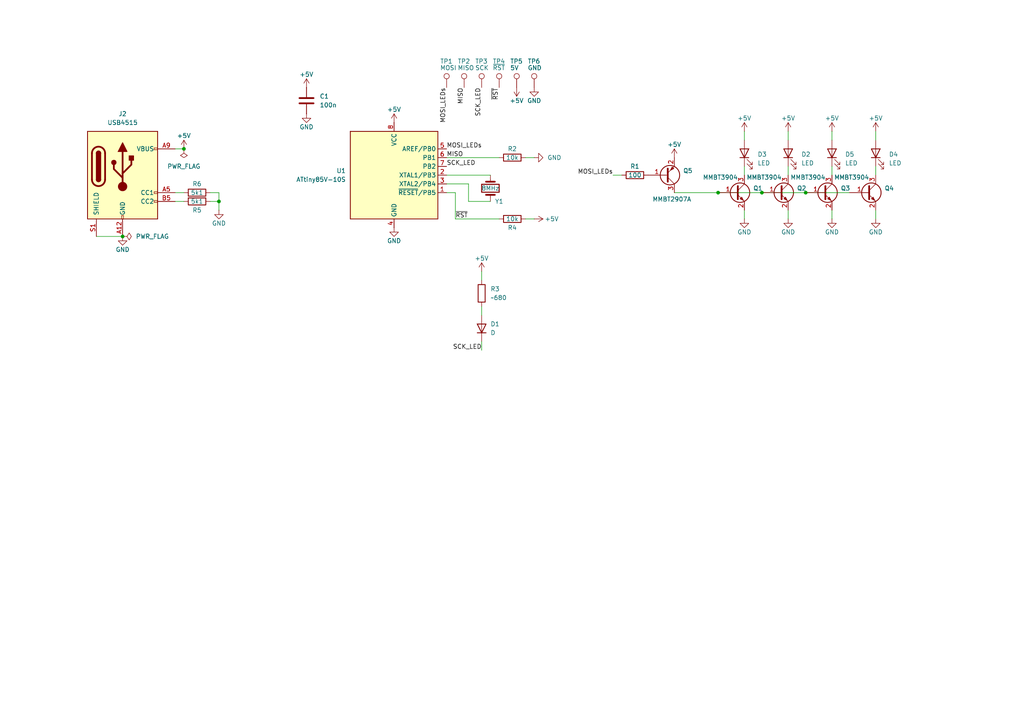
<source format=kicad_sch>
(kicad_sch (version 20231120) (generator "eeschema") (generator_version "8.0")
  (paper "A4")
  (lib_symbols
    (symbol "Connector:TestPoint" (pin_numbers hide) (pin_names (offset 0.762) hide)
      (property "Reference" "TP" (at 0 6.858 0))
      (property "Value" "TestPoint" (at 0 5.08 0))
      (symbol "TestPoint_0_1"
        (circle (center 0 3.302) (radius 0.762))
      )
      (symbol "TestPoint_1_1"
        (pin passive line (at 0 0 90) (length 2.54) (name "1") (number "1"))
      )
    )
    (symbol "Connector:USB_C_Receptacle_PowerOnly_6P" (pin_names (offset 1.016))
      (property "Reference" "J" (at 0 16.51 0))
      (property "Value" "USB_C_Receptacle_PowerOnly_6P" (at 0 13.97 0))
      (symbol "USB_C_Receptacle_PowerOnly_6P_0_0"
        (rectangle (start -0.254 -12.7) (end 0.254 -11.684))
        (rectangle (start 10.16 -7.366) (end 9.144 -7.874))
        (rectangle (start 10.16 -4.826) (end 9.144 -5.334))
        (rectangle (start 10.16 7.874) (end 9.144 7.366))
      )
      (symbol "USB_C_Receptacle_PowerOnly_6P_0_1"
        (rectangle (start -10.16 12.7) (end 10.16 -12.7) (stroke (width 0.254)) (fill (type background)))
        (arc (start -8.89 -1.27) (mid -6.985 -3.1667) (end -5.08 -1.27) (stroke (width 0.508)))
        (arc (start -7.62 -1.27) (mid -6.985 -1.9023) (end -6.35 -1.27) (stroke (width 0.254)))
        (arc (start -7.62 -1.27) (mid -6.985 -1.9023) (end -6.35 -1.27) (stroke (width 0.254)) (fill (type outline)))
        (rectangle (start -7.62 -1.27) (end -6.35 6.35) (stroke (width 0.254)) (fill (type outline)))
        (arc (start -6.35 6.35) (mid -6.985 6.9823) (end -7.62 6.35) (stroke (width 0.254)))
        (arc (start -6.35 6.35) (mid -6.985 6.9823) (end -7.62 6.35) (stroke (width 0.254)) (fill (type outline)))
        (arc (start -5.08 6.35) (mid -6.985 8.2467) (end -8.89 6.35) (stroke (width 0.508)))
        (circle (center -2.54 3.683) (radius 0.635) (stroke (width 0.254)) (fill (type outline)))
        (circle (center 0 -3.302) (radius 1.27) (fill (type outline)))
        (polyline (pts (xy -8.89 -1.27) (xy -8.89 6.35)) (stroke (width 0.508)))
        (polyline (pts (xy -5.08 6.35) (xy -5.08 -1.27)) (stroke (width 0.508)))
        (polyline (pts (xy 0 -3.302) (xy 0 6.858)) (stroke (width 0.508)))
        (polyline (pts (xy 0 -0.762) (xy -2.54 1.778) (xy -2.54 3.048)) (stroke (width 0.508)))
        (polyline (pts (xy 0 0.508) (xy 2.54 3.048) (xy 2.54 4.318)) (stroke (width 0.508)))
        (polyline (pts (xy -1.27 6.858) (xy 0 9.398) (xy 1.27 6.858) (xy -1.27 6.858)) (stroke (width 0.254)) (fill (type outline)))
        (rectangle (start 1.905 4.318) (end 3.175 5.588) (stroke (width 0.254)) (fill (type outline)))
      )
      (symbol "USB_C_Receptacle_PowerOnly_6P_1_1"
        (pin passive line (at 0 -17.78 90) (length 5.08) (name "GND") (number "A12"))
        (pin bidirectional line (at 15.24 -5.08 180) (length 5.08) (name "CC1") (number "A5"))
        (pin passive line (at 15.24 7.62 180) (length 5.08) (name "VBUS") (number "A9"))
        (pin passive line (at 0 -17.78 90) (length 5.08) hide (name "GND") (number "B12"))
        (pin bidirectional line (at 15.24 -7.62 180) (length 5.08) (name "CC2") (number "B5"))
        (pin passive line (at 15.24 7.62 180) (length 5.08) hide (name "VBUS") (number "B9"))
        (pin passive line (at -7.62 -17.78 90) (length 5.08) (name "SHIELD") (number "S1"))
      )
    )
    (symbol "Device:C" (pin_numbers hide) (pin_names (offset 0.254))
      (property "Reference" "C" (at 0.635 2.54 0))
      (property "Value" "C" (at 0.635 -2.54 0))
      (symbol "C_0_1"
        (polyline (pts (xy -2.032 -0.762) (xy 2.032 -0.762)) (stroke (width 0.508)))
        (polyline (pts (xy -2.032 0.762) (xy 2.032 0.762)) (stroke (width 0.508)))
      )
      (symbol "C_1_1"
        (pin passive line (at 0 3.81 270) (length 2.794) (name "~") (number "1"))
        (pin passive line (at 0 -3.81 90) (length 2.794) (name "~") (number "2"))
      )
    )
    (symbol "Device:Crystal" (pin_numbers hide) (pin_names (offset 1.016) hide)
      (property "Reference" "Y" (at 0 3.81 0))
      (property "Value" "Crystal" (at 0 -3.81 0))
      (symbol "Crystal_0_1"
        (rectangle (start -1.143 2.54) (end 1.143 -2.54) (stroke (width 0.3048)))
        (polyline (pts (xy -2.54 0) (xy -1.905 0)))
        (polyline (pts (xy -1.905 -1.27) (xy -1.905 1.27)) (stroke (width 0.508)))
        (polyline (pts (xy 1.905 -1.27) (xy 1.905 1.27)) (stroke (width 0.508)))
        (polyline (pts (xy 2.54 0) (xy 1.905 0)))
      )
      (symbol "Crystal_1_1"
        (pin passive line (at -3.81 0 0) (length 1.27) (name "1") (number "1"))
        (pin passive line (at 3.81 0 180) (length 1.27) (name "2") (number "2"))
      )
    )
    (symbol "Device:D" (pin_numbers hide) (pin_names (offset 1.016) hide)
      (property "Reference" "D" (at 0 2.54 0))
      (property "Value" "D" (at 0 -2.54 0))
      (symbol "D_0_1"
        (polyline (pts (xy -1.27 1.27) (xy -1.27 -1.27)) (stroke (width 0.254)))
        (polyline (pts (xy 1.27 0) (xy -1.27 0)))
        (polyline (pts (xy 1.27 1.27) (xy 1.27 -1.27) (xy -1.27 0) (xy 1.27 1.27)) (stroke (width 0.254)))
      )
      (symbol "D_1_1"
        (pin passive line (at -3.81 0 0) (length 2.54) (name "K") (number "1"))
        (pin passive line (at 3.81 0 180) (length 2.54) (name "A") (number "2"))
      )
    )
    (symbol "Device:LED" (pin_numbers hide) (pin_names (offset 1.016) hide)
      (property "Reference" "D" (at 0 2.54 0))
      (property "Value" "LED" (at 0 -2.54 0))
      (symbol "LED_0_1"
        (polyline (pts (xy -1.27 -1.27) (xy -1.27 1.27)) (stroke (width 0.254)))
        (polyline (pts (xy -1.27 0) (xy 1.27 0)))
        (polyline (pts (xy 1.27 -1.27) (xy 1.27 1.27) (xy -1.27 0) (xy 1.27 -1.27)) (stroke (width 0.254)))
        (polyline (pts (xy -3.048 -0.762) (xy -4.572 -2.286) (xy -3.81 -2.286) (xy -4.572 -2.286) (xy -4.572 -1.524)))
        (polyline (pts (xy -1.778 -0.762) (xy -3.302 -2.286) (xy -2.54 -2.286) (xy -3.302 -2.286) (xy -3.302 -1.524)))
      )
      (symbol "LED_1_1"
        (pin passive line (at -3.81 0 0) (length 2.54) (name "K") (number "1"))
        (pin passive line (at 3.81 0 180) (length 2.54) (name "A") (number "2"))
      )
    )
    (symbol "Device:R" (pin_numbers hide) (pin_names (offset 0))
      (property "Reference" "R" (at 2.032 0 90))
      (property "Value" "R" (at 0 0 90))
      (symbol "R_0_1"
        (rectangle (start -1.016 -2.54) (end 1.016 2.54) (stroke (width 0.254)))
      )
      (symbol "R_1_1"
        (pin passive line (at 0 3.81 270) (length 1.27) (name "~") (number "1"))
        (pin passive line (at 0 -3.81 90) (length 1.27) (name "~") (number "2"))
      )
    )
    (symbol "MCU_Microchip_ATtiny:ATtiny85V-10S"
      (property "Reference" "U" (at -12.7 13.97 0))
      (property "Value" "ATtiny85V-10S" (at 2.54 -13.97 0))
      (symbol "ATtiny85V-10S_0_1"
        (rectangle (start -12.7 -12.7) (end 12.7 12.7) (stroke (width 0.254)) (fill (type background)))
      )
      (symbol "ATtiny85V-10S_1_1"
        (pin bidirectional line (at 15.24 -5.08 180) (length 2.54) (name "~{RESET}/PB5") (number "1"))
        (pin bidirectional line (at 15.24 0 180) (length 2.54) (name "XTAL1/PB3") (number "2"))
        (pin bidirectional line (at 15.24 -2.54 180) (length 2.54) (name "XTAL2/PB4") (number "3"))
        (pin power_in line (at 0 -15.24 90) (length 2.54) (name "GND") (number "4"))
        (pin bidirectional line (at 15.24 7.62 180) (length 2.54) (name "AREF/PB0") (number "5"))
        (pin bidirectional line (at 15.24 5.08 180) (length 2.54) (name "PB1") (number "6"))
        (pin bidirectional line (at 15.24 2.54 180) (length 2.54) (name "PB2") (number "7"))
        (pin power_in line (at 0 15.24 270) (length 2.54) (name "VCC") (number "8"))
      )
    )
    (symbol "Transistor_BJT:MMBT3904" (pin_names (offset 0) hide)
      (property "Reference" "Q" (at 5.08 1.905 0))
      (property "Value" "MMBT3904" (at 5.08 0 0))
      (symbol "MMBT3904_0_1"
        (polyline (pts (xy 0.635 0.635) (xy 2.54 2.54)))
        (polyline (pts (xy 0.635 -0.635) (xy 2.54 -2.54) (xy 2.54 -2.54)))
        (polyline (pts (xy 0.635 1.905) (xy 0.635 -1.905) (xy 0.635 -1.905)) (stroke (width 0.508)))
        (polyline (pts (xy 1.27 -1.778) (xy 1.778 -1.27) (xy 2.286 -2.286) (xy 1.27 -1.778) (xy 1.27 -1.778)) (fill (type outline)))
        (circle (center 1.27 0) (radius 2.8194) (stroke (width 0.254)))
      )
      (symbol "MMBT3904_1_1"
        (pin input line (at -5.08 0 0) (length 5.715) (name "B") (number "1"))
        (pin passive line (at 2.54 -5.08 90) (length 2.54) (name "E") (number "2"))
        (pin passive line (at 2.54 5.08 270) (length 2.54) (name "C") (number "3"))
      )
    )
    (symbol "Transistor_BJT:MMBTA94" (pin_names (offset 0) hide)
      (property "Reference" "Q" (at 5.08 1.905 0))
      (property "Value" "MMBTA94" (at 5.08 0 0))
      (symbol "MMBTA94_0_1"
        (polyline (pts (xy 0 0) (xy 0.635 0)))
        (polyline (pts (xy 2.54 -2.54) (xy 0.635 -0.635)))
        (polyline (pts (xy 2.54 2.54) (xy 0.635 0.635)))
        (polyline (pts (xy 0.635 1.905) (xy 0.635 -1.905) (xy 0.635 -1.905)) (stroke (width 0.508)) (fill (type outline)))
        (polyline (pts (xy 1.905 -2.413) (xy 2.413 -1.905) (xy 1.397 -1.397) (xy 1.905 -2.413) (xy 1.905 -2.413)) (fill (type outline)))
        (circle (center 1.27 0) (radius 2.8194) (stroke (width 0.254)))
      )
      (symbol "MMBTA94_1_1"
        (pin input line (at -5.08 0 0) (length 5.08) (name "B") (number "1"))
        (pin passive line (at 2.54 -5.08 90) (length 2.54) (name "E") (number "2"))
        (pin passive line (at 2.54 5.08 270) (length 2.54) (name "C") (number "3"))
      )
    )
    (symbol "power:+5V" (power) (pin_numbers hide) (pin_names (offset 0) hide)
      (property "Value" "+5V" (at 0 3.556 0))
      (symbol "+5V_0_1"
        (polyline (pts (xy -0.762 1.27) (xy 0 2.54)))
        (polyline (pts (xy 0 0) (xy 0 2.54)))
        (polyline (pts (xy 0 2.54) (xy 0.762 1.27)))
      )
      (symbol "+5V_1_1"
        (pin power_in line (at 0 0 90) (length 0) (name "~") (number "1"))
      )
    )
    (symbol "power:GND" (power) (pin_numbers hide) (pin_names (offset 0) hide)
      (property "Value" "GND" (at 0 -3.81 0))
      (symbol "GND_0_1"
        (polyline (pts (xy 0 0) (xy 0 -1.27) (xy 1.27 -1.27) (xy 0 -2.54) (xy -1.27 -1.27) (xy 0 -1.27)))
      )
      (symbol "GND_1_1"
        (pin power_in line (at 0 0 270) (length 0) (name "~") (number "1"))
      )
    )
    (symbol "power:PWR_FLAG" (power) (pin_numbers hide) (pin_names (offset 0) hide)
      (property "Value" "PWR_FLAG" (at 0 3.81 0))
      (symbol "PWR_FLAG_0_0"
        (pin power_out line (at 0 0 90) (length 0) (name "~") (number "1"))
      )
      (symbol "PWR_FLAG_0_1"
        (polyline (pts (xy 0 0) (xy 0 1.27) (xy -1.016 1.905) (xy 0 2.54) (xy 1.016 1.905) (xy 0 1.27)))
      )
    )
  )
  (junction (at 63.5 58.42))
  (junction (at 233.68 55.88))
  (junction (at 208.28 55.88))
  (junction (at 35.56 68.58))
  (junction (at 220.98 55.88))
  (junction (at 53.34 43.18))
  (wire (pts (xy 215.9 48.26) (xy 215.9 50.8)))
  (wire (pts (xy 241.3 60.96) (xy 241.3 63.5)))
  (wire (pts (xy 228.6 38.1) (xy 228.6 40.64)))
  (wire (pts (xy 254 38.1) (xy 254 40.64)))
  (wire (pts (xy 135.89 58.42) (xy 142.24 58.42)))
  (wire (pts (xy 132.08 55.88) (xy 132.08 63.5)))
  (wire (pts (xy 63.5 55.88) (xy 63.5 58.42)))
  (wire (pts (xy 132.08 63.5) (xy 144.78 63.5)))
  (wire (pts (xy 63.5 58.42) (xy 63.5 60.96)))
  (wire (pts (xy 129.54 50.8) (xy 142.24 50.8)))
  (wire (pts (xy 241.3 38.1) (xy 241.3 40.64)))
  (wire (pts (xy 139.7 99.06) (xy 139.7 101.6)))
  (wire (pts (xy 254 48.26) (xy 254 50.8)))
  (wire (pts (xy 129.54 55.88) (xy 132.08 55.88)))
  (wire (pts (xy 180.34 50.8) (xy 177.8 50.8)))
  (wire (pts (xy 50.8 58.42) (xy 53.34 58.42)))
  (wire (pts (xy 220.98 55.88) (xy 233.68 55.88)))
  (wire (pts (xy 195.58 55.88) (xy 208.28 55.88)))
  (wire (pts (xy 50.8 43.18) (xy 53.34 43.18)))
  (wire (pts (xy 50.8 55.88) (xy 53.34 55.88)))
  (wire (pts (xy 241.3 48.26) (xy 241.3 50.8)))
  (wire (pts (xy 139.7 88.9) (xy 139.7 91.44)))
  (wire (pts (xy 228.6 48.26) (xy 228.6 50.8)))
  (wire (pts (xy 215.9 60.96) (xy 215.9 63.5)))
  (wire (pts (xy 254 60.96) (xy 254 63.5)))
  (wire (pts (xy 27.94 68.58) (xy 35.56 68.58)))
  (wire (pts (xy 135.89 53.34) (xy 135.89 58.42)))
  (wire (pts (xy 60.96 55.88) (xy 63.5 55.88)))
  (wire (pts (xy 233.68 55.88) (xy 246.38 55.88)))
  (wire (pts (xy 152.4 63.5) (xy 154.94 63.5)))
  (wire (pts (xy 208.28 55.88) (xy 220.98 55.88)))
  (wire (pts (xy 60.96 58.42) (xy 63.5 58.42)))
  (wire (pts (xy 129.54 53.34) (xy 135.89 53.34)))
  (wire (pts (xy 129.54 45.72) (xy 144.78 45.72)))
  (wire (pts (xy 215.9 38.1) (xy 215.9 40.64)))
  (wire (pts (xy 139.7 78.74) (xy 139.7 81.28)))
  (wire (pts (xy 228.6 60.96) (xy 228.6 63.5)))
  (wire (pts (xy 152.4 45.72) (xy 154.94 45.72)))
  (label "~{RST}" (at 132.08 63.5 0))
  (label "SCK_LED" (at 139.7 25.4 270))
  (label "MISO" (at 129.54 45.72 0))
  (label "SCK_LED" (at 139.7 101.6 180))
  (label "MISO" (at 134.62 25.4 270))
  (label "MOSI_LEDs" (at 129.54 43.18 0))
  (label "SCK_LED" (at 129.54 48.26 0))
  (label "MOSI_LEDs" (at 177.8 50.8 180))
  (label "MOSI_LEDs" (at 129.54 25.4 270))
  (label "~{RST}" (at 144.78 25.4 270))
  (symbol (lib_id "power:GND") (at 215.9 63.5 0) (unit 1)
    (property "Reference" "#PWR010" (effects (hide yes)))
    (property "Value" "GND" (at 215.9 67.31 0))
    (property "Description" "Power symbol creates a global label with name \"GND\" , ground" (effects (hide yes)))
  )
  (symbol (lib_id "Device:C") (at 88.9 29.21 0) (unit 1)
    (property "Reference" "C1" (at 92.71 27.9399 0) (effects (justify left)))
    (property "Value" "100n" (at 92.71 30.4799 0) (effects (justify left)))
    (property "Footprint" "Capacitor_SMD:C_0805_2012Metric_Pad1.18x1.45mm_HandSolder" (effects (hide yes)))
    (property "Description" "Unpolarized capacitor" (effects (hide yes)))
  )
  (symbol (lib_id "Device:LED") (at 228.6 44.45 90) (unit 1)
    (property "Reference" "D2" (at 232.41 44.7674 90) (effects (justify right)))
    (property "Value" "LED" (at 232.41 47.3074 90) (effects (justify right)))
    (property "Footprint" "tv-b-gone-c:LED_Wurth_15411494AA570" (effects (hide yes)))
    (property "Description" "Light emitting diode" (effects (hide yes)))
    (property "Ref Mouser" " 710-15411494AA570 " (effects (hide yes)))
    (property "Ref Vendor" "15411494AA570 " (effects (hide yes)))
  )
  (symbol (lib_id "Connector:USB_C_Receptacle_PowerOnly_6P") (at 35.56 50.8 0) (unit 1)
    (property "Reference" "J2" (at 35.56 33.02 0))
    (property "Value" "USB4515" (at 35.56 35.56 0))
    (property "Footprint" "tv-b-gone-c:USB4515-GF-A" (effects (hide yes)))
    (property "Datasheet" "https://gct.co/files/drawings/usb4515.pdf" (effects (hide yes)))
    (property "Description" "USB Power-Only 6P Type-C Receptacle connector" (effects (hide yes)))
    (property "Ref Mouser" " 640-USB4515GFA " (effects (hide yes)))
    (property "Ref Vendor" " USB4515-GF-A " (effects (hide yes)))
  )
  (symbol (lib_id "Connector:TestPoint") (at 134.62 25.4 0) (unit 1)
    (property "Reference" "TP2" (at 132.715 17.78 0) (effects (justify left)))
    (property "Value" "MISO" (at 132.715 19.685 0) (effects (justify left)))
    (property "Footprint" "TestPoint:TestPoint_Pad_1.0x1.0mm" (effects (hide yes)))
    (property "Description" "test point" (effects (hide yes)))
  )
  (symbol (lib_id "power:+5V") (at 215.9 38.1 0) (unit 1)
    (property "Reference" "#PWR09" (effects (hide yes)))
    (property "Value" "+5V" (at 215.9 34.29 0))
    (property "Description" "Power symbol creates a global label with name \"+5V\"" (effects (hide yes)))
  )
  (symbol (lib_id "Transistor_BJT:MMBT3904") (at 251.46 55.88 0) (unit 1)
    (property "Reference" "Q4" (at 256.54 54.6099 0) (effects (justify left)))
    (property "Value" "MMBT3904" (at 241.935 51.435 0) (effects (justify left)))
    (property "Footprint" "Package_TO_SOT_SMD:SOT-23" (effects (hide yes)))
    (property "Datasheet" "https://www.onsemi.com/pdf/datasheet/pzt3904-d.pdf" (effects (hide yes)))
    (property "Description" "0.2A Ic, 40V Vce, Small Signal NPN Transistor, SOT-23" (effects (hide yes)))
    (property "Ref Mouser" " 771-MMBT3904T/R " (effects (hide yes)))
    (property "Ref Vendor" " MMBT3904,215 " (effects (hide yes)))
  )
  (symbol (lib_id "Device:R") (at 57.15 55.88 90) (unit 1)
    (property "Reference" "R6" (at 57.15 53.34 90))
    (property "Value" "5k1" (at 57.15 55.88 90))
    (property "Footprint" "Resistor_SMD:R_0805_2012Metric_Pad1.20x1.40mm_HandSolder" (effects (hide yes)))
    (property "Description" "Resistor" (effects (hide yes)))
  )
  (symbol (lib_id "Device:LED") (at 215.9 44.45 90) (unit 1)
    (property "Reference" "D3" (at 219.71 44.7674 90) (effects (justify right)))
    (property "Value" "LED" (at 219.71 47.3074 90) (effects (justify right)))
    (property "Footprint" "LED_SMD:LED_0603_1608Metric" (effects (hide yes)))
    (property "Description" "Light emitting diode" (effects (hide yes)))
    (property "Ref Mouser" " 710-15411494AA570 " (effects (hide yes)))
    (property "Ref Vendor" "15411494AA570 " (effects (hide yes)))
  )
  (symbol (lib_id "power:+5V") (at 53.34 43.18 0) (mirror y) (unit 1)
    (property "Reference" "#PWR022" (effects (hide yes)))
    (property "Value" "+5V" (at 53.34 39.37 0))
    (property "Description" "Power symbol creates a global label with name \"+5V\"" (effects (hide yes)))
  )
  (symbol (lib_id "Device:LED") (at 254 44.45 90) (unit 1)
    (property "Reference" "D4" (at 257.81 44.7674 90) (effects (justify right)))
    (property "Value" "LED" (at 257.81 47.3074 90) (effects (justify right)))
    (property "Footprint" "LED_SMD:LED_0603_1608Metric" (effects (hide yes)))
    (property "Description" "Light emitting diode" (effects (hide yes)))
    (property "Ref Mouser" " 710-15406094B6000 " (effects (hide yes)))
    (property "Ref Vendor" "15406094B6000 " (effects (hide yes)))
  )
  (symbol (lib_id "power:+5V") (at 254 38.1 0) (unit 1)
    (property "Reference" "#PWR015" (effects (hide yes)))
    (property "Value" "+5V" (at 254 34.29 0))
    (property "Description" "Power symbol creates a global label with name \"+5V\"" (effects (hide yes)))
  )
  (symbol (lib_id "Transistor_BJT:MMBTA94") (at 193.04 50.8 0) (mirror x) (unit 1)
    (property "Reference" "Q5" (at 198.12 49.5299 0) (effects (justify left)))
    (property "Value" "MMBT2907A" (at 189.23 57.785 0) (effects (justify left)))
    (property "Footprint" "Package_TO_SOT_SMD:SOT-23" (effects (hide yes)))
    (property "Datasheet" "https://diotec.com/request/datasheet/mmbta92.pdf" (effects (hide yes)))
    (property "Description" "0.3A Ic, 400V Vce, PNP High Voltage Transistor, SOT-23" (effects (hide yes)))
    (property "Ref Mouser" "MMBT2907ALT1G" (effects (hide yes)))
    (property "Ref Vendor" " 863-MMBT2907ALT1G " (effects (hide yes)))
  )
  (symbol (lib_id "power:+5V") (at 195.58 45.72 0) (unit 1)
    (property "Reference" "#PWR02" (effects (hide yes)))
    (property "Value" "+5V" (at 195.58 41.91 0))
    (property "Description" "Power symbol creates a global label with name \"+5V\"" (effects (hide yes)))
  )
  (symbol (lib_id "Device:R") (at 139.7 85.09 0) (unit 1)
    (property "Reference" "R3" (at 142.24 83.8199 0) (effects (justify left)))
    (property "Value" "~680" (at 142.24 86.3599 0) (effects (justify left)))
    (property "Footprint" "Resistor_SMD:R_0805_2012Metric_Pad1.20x1.40mm_HandSolder" (effects (hide yes)))
    (property "Description" "Resistor" (effects (hide yes)))
  )
  (symbol (lib_id "Transistor_BJT:MMBT3904") (at 226.06 55.88 0) (unit 1)
    (property "Reference" "Q2" (at 231.14 54.6099 0) (effects (justify left)))
    (property "Value" "MMBT3904" (at 216.535 51.435 0) (effects (justify left)))
    (property "Footprint" "Package_TO_SOT_SMD:SOT-23" (effects (hide yes)))
    (property "Datasheet" "https://www.onsemi.com/pdf/datasheet/pzt3904-d.pdf" (effects (hide yes)))
    (property "Description" "0.2A Ic, 40V Vce, Small Signal NPN Transistor, SOT-23" (effects (hide yes)))
    (property "Ref Mouser" " 771-MMBT3904T/R " (effects (hide yes)))
    (property "Ref Vendor" " MMBT3904,215 " (effects (hide yes)))
  )
  (symbol (lib_id "Device:R") (at 57.15 58.42 90) (unit 1)
    (property "Reference" "R5" (at 57.15 60.96 90))
    (property "Value" "5k1" (at 57.15 58.42 90))
    (property "Footprint" "Resistor_SMD:R_0805_2012Metric_Pad1.20x1.40mm_HandSolder" (effects (hide yes)))
    (property "Description" "Resistor" (effects (hide yes)))
  )
  (symbol (lib_id "Connector:TestPoint") (at 139.7 25.4 0) (unit 1)
    (property "Reference" "TP3" (at 137.795 17.78 0) (effects (justify left)))
    (property "Value" "SCK" (at 137.795 19.685 0) (effects (justify left)))
    (property "Footprint" "TestPoint:TestPoint_Pad_1.0x1.0mm" (effects (hide yes)))
    (property "Description" "test point" (effects (hide yes)))
  )
  (symbol (lib_id "power:GND") (at 35.56 68.58 0) (unit 1)
    (property "Reference" "#PWR021" (effects (hide yes)))
    (property "Value" "GND" (at 35.56 72.39 0))
    (property "Description" "Power symbol creates a global label with name \"GND\" , ground" (effects (hide yes)))
  )
  (symbol (lib_id "power:GND") (at 114.3 66.04 0) (unit 1)
    (property "Reference" "#PWR05" (effects (hide yes)))
    (property "Value" "GND" (at 114.3 69.85 0))
    (property "Description" "Power symbol creates a global label with name \"GND\" , ground" (effects (hide yes)))
  )
  (symbol (lib_id "power:+5V") (at 154.94 63.5 270) (unit 1)
    (property "Reference" "#PWR06" (effects (hide yes)))
    (property "Value" "+5V" (at 160.02 63.5 90))
    (property "Description" "Power symbol creates a global label with name \"+5V\"" (effects (hide yes)))
  )
  (symbol (lib_id "Connector:TestPoint") (at 129.54 25.4 0) (unit 1)
    (property "Reference" "TP1" (at 127.635 17.78 0) (effects (justify left)))
    (property "Value" "MOSI" (at 127.635 19.685 0) (effects (justify left)))
    (property "Footprint" "TestPoint:TestPoint_Pad_1.0x1.0mm" (effects (hide yes)))
    (property "Description" "test point" (effects (hide yes)))
  )
  (symbol (lib_id "Device:Crystal") (at 142.24 54.61 90) (unit 1)
    (property "Reference" "Y1" (at 146.05 58.42 90) (effects (justify left)))
    (property "Value" "8MHz" (at 142.24 54.61 90))
    (property "Footprint" "Crystal:Crystal_SMD_Abracon_ABM3-2Pin_5.0x3.2mm" (effects (hide yes)))
    (property "Description" "Two pin crystal" (effects (hide yes)))
    (property "Ref Mouser" " 815-ABM3-8-D2Y-T " (effects (hide yes)))
    (property "Ref Vendor" " ABM3-8.000MHZ-D2Y-T " (effects (hide yes)))
  )
  (symbol (lib_id "Device:R") (at 148.59 63.5 270) (unit 1)
    (property "Reference" "R4" (at 148.59 66.04 90))
    (property "Value" "10k" (at 148.59 63.5 90))
    (property "Footprint" "Resistor_SMD:R_0805_2012Metric_Pad1.20x1.40mm_HandSolder" (effects (hide yes)))
    (property "Description" "Resistor" (effects (hide yes)))
  )
  (symbol (lib_id "Device:R") (at 184.15 50.8 90) (unit 1)
    (property "Reference" "R1" (at 184.15 48.26 90))
    (property "Value" "100" (at 184.15 50.8 90))
    (property "Footprint" "Resistor_SMD:R_0805_2012Metric_Pad1.20x1.40mm_HandSolder" (effects (hide yes)))
    (property "Description" "Resistor" (effects (hide yes)))
  )
  (symbol (lib_id "power:+5V") (at 139.7 78.74 0) (unit 1)
    (property "Reference" "#PWR08" (effects (hide yes)))
    (property "Value" "+5V" (at 139.7 74.93 0))
    (property "Description" "Power symbol creates a global label with name \"+5V\"" (effects (hide yes)))
  )
  (symbol (lib_id "MCU_Microchip_ATtiny:ATtiny85V-10S") (at 114.3 50.8 0) (unit 1)
    (property "Reference" "U1" (at 100.33 49.5299 0) (effects (justify right)))
    (property "Value" "ATtiny85V-10S" (at 100.33 52.0699 0) (effects (justify right)))
    (property "Footprint" "Package_SO:SOIC-8W_5.3x5.3mm_P1.27mm" (effects (hide yes)))
    (property "Datasheet" "http://ww1.microchip.com/downloads/en/DeviceDoc/atmel-2586-avr-8-bit-microcontroller-attiny25-attiny45-attiny85_datasheet.pdf" (effects (hide yes)))
    (property "Description" "10MHz, 8kB Flash, 512B SRAM, 512B EEPROM, debugWIRE, SOIC-8W" (effects (hide yes)))
    (property "Ref Mouser" " 556-ATTINY85V10SU " (effects (hide yes)))
    (property "Ref Vendor" " ATTINY85V-10SU " (effects (hide yes)))
  )
  (symbol (lib_id "power:GND") (at 228.6 63.5 0) (unit 1)
    (property "Reference" "#PWR012" (effects (hide yes)))
    (property "Value" "GND" (at 228.6 67.31 0))
    (property "Description" "Power symbol creates a global label with name \"GND\" , ground" (effects (hide yes)))
  )
  (symbol (lib_id "power:+5V") (at 228.6 38.1 0) (unit 1)
    (property "Reference" "#PWR011" (effects (hide yes)))
    (property "Value" "+5V" (at 228.6 34.29 0))
    (property "Description" "Power symbol creates a global label with name \"+5V\"" (effects (hide yes)))
  )
  (symbol (lib_id "power:PWR_FLAG") (at 35.56 68.58 270) (unit 1)
    (property "Reference" "#FLG02" (effects (hide yes)))
    (property "Value" "PWR_FLAG" (at 39.37 68.5799 90) (effects (justify left)))
    (property "Description" "Special symbol for telling ERC where power comes from" (effects (hide yes)))
  )
  (symbol (lib_id "power:PWR_FLAG") (at 53.34 43.18 180) (unit 1)
    (property "Reference" "#FLG01" (effects (hide yes)))
    (property "Value" "PWR_FLAG" (at 53.34 48.26 0))
    (property "Description" "Special symbol for telling ERC where power comes from" (effects (hide yes)))
  )
  (symbol (lib_id "Connector:TestPoint") (at 149.86 25.4 0) (unit 1)
    (property "Reference" "TP5" (at 147.955 17.78 0) (effects (justify left)))
    (property "Value" "5V" (at 147.955 19.685 0) (effects (justify left)))
    (property "Footprint" "TestPoint:TestPoint_Pad_1.0x1.0mm" (effects (hide yes)))
    (property "Description" "test point" (effects (hide yes)))
  )
  (symbol (lib_id "power:GND") (at 254 63.5 0) (unit 1)
    (property "Reference" "#PWR016" (effects (hide yes)))
    (property "Value" "GND" (at 254 67.31 0))
    (property "Description" "Power symbol creates a global label with name \"GND\" , ground" (effects (hide yes)))
  )
  (symbol (lib_id "power:GND") (at 241.3 63.5 0) (unit 1)
    (property "Reference" "#PWR014" (effects (hide yes)))
    (property "Value" "GND" (at 241.3 67.31 0))
    (property "Description" "Power symbol creates a global label with name \"GND\" , ground" (effects (hide yes)))
  )
  (symbol (lib_id "power:+5V") (at 149.86 25.4 180) (unit 1)
    (property "Reference" "#PWR01" (effects (hide yes)))
    (property "Value" "+5V" (at 149.86 29.21 0))
    (property "Description" "Power symbol creates a global label with name \"+5V\"" (effects (hide yes)))
  )
  (symbol (lib_id "Transistor_BJT:MMBT3904") (at 213.36 55.88 0) (unit 1)
    (property "Reference" "Q1" (at 218.44 54.6099 0) (effects (justify left)))
    (property "Value" "MMBT3904" (at 203.835 51.435 0) (effects (justify left)))
    (property "Footprint" "Package_TO_SOT_SMD:SOT-23" (effects (hide yes)))
    (property "Datasheet" "https://www.onsemi.com/pdf/datasheet/pzt3904-d.pdf" (effects (hide yes)))
    (property "Description" "0.2A Ic, 40V Vce, Small Signal NPN Transistor, SOT-23" (effects (hide yes)))
    (property "Ref Mouser" " 771-MMBT3904T/R " (effects (hide yes)))
    (property "Ref Vendor" " MMBT3904,215 " (effects (hide yes)))
  )
  (symbol (lib_id "power:+5V") (at 88.9 25.4 0) (unit 1)
    (property "Reference" "#PWR019" (effects (hide yes)))
    (property "Value" "+5V" (at 88.9 21.59 0))
    (property "Description" "Power symbol creates a global label with name \"+5V\"" (effects (hide yes)))
  )
  (symbol (lib_id "Connector:TestPoint") (at 154.94 25.4 0) (unit 1)
    (property "Reference" "TP6" (at 153.035 17.78 0) (effects (justify left)))
    (property "Value" "GND" (at 153.035 19.685 0) (effects (justify left)))
    (property "Footprint" "TestPoint:TestPoint_Pad_1.0x1.0mm" (effects (hide yes)))
    (property "Description" "test point" (effects (hide yes)))
  )
  (symbol (lib_id "power:GND") (at 88.9 33.02 0) (unit 1)
    (property "Reference" "#PWR020" (effects (hide yes)))
    (property "Value" "GND" (at 88.9 36.83 0))
    (property "Description" "Power symbol creates a global label with name \"GND\" , ground" (effects (hide yes)))
  )
  (symbol (lib_id "power:GND") (at 154.94 45.72 90) (unit 1)
    (property "Reference" "#PWR07" (effects (hide yes)))
    (property "Value" "GND" (at 158.75 45.7199 90) (effects (justify right)))
    (property "Description" "Power symbol creates a global label with name \"GND\" , ground" (effects (hide yes)))
  )
  (symbol (lib_id "Transistor_BJT:MMBT3904") (at 238.76 55.88 0) (unit 1)
    (property "Reference" "Q3" (at 243.84 54.6099 0) (effects (justify left)))
    (property "Value" "MMBT3904" (at 229.235 51.435 0) (effects (justify left)))
    (property "Footprint" "Package_TO_SOT_SMD:SOT-23" (effects (hide yes)))
    (property "Datasheet" "https://www.onsemi.com/pdf/datasheet/pzt3904-d.pdf" (effects (hide yes)))
    (property "Description" "0.2A Ic, 40V Vce, Small Signal NPN Transistor, SOT-23" (effects (hide yes)))
    (property "Ref Mouser" " 771-MMBT3904T/R " (effects (hide yes)))
    (property "Ref Vendor" " MMBT3904,215 " (effects (hide yes)))
  )
  (symbol (lib_id "Device:R") (at 148.59 45.72 90) (unit 1)
    (property "Reference" "R2" (at 148.59 43.18 90))
    (property "Value" "10k" (at 148.59 45.72 90))
    (property "Footprint" "Resistor_SMD:R_0805_2012Metric_Pad1.20x1.40mm_HandSolder" (effects (hide yes)))
    (property "Description" "Resistor" (effects (hide yes)))
  )
  (symbol (lib_id "power:+5V") (at 114.3 35.56 0) (unit 1)
    (property "Reference" "#PWR04" (effects (hide yes)))
    (property "Value" "+5V" (at 114.3 31.75 0))
    (property "Description" "Power symbol creates a global label with name \"+5V\"" (effects (hide yes)))
  )
  (symbol (lib_id "power:GND") (at 154.94 25.4 0) (unit 1)
    (property "Reference" "#PWR018" (effects (hide yes)))
    (property "Value" "GND" (at 154.94 29.21 0))
    (property "Description" "Power symbol creates a global label with name \"GND\" , ground" (effects (hide yes)))
  )
  (symbol (lib_id "power:GND") (at 63.5 60.96 0) (unit 1)
    (property "Reference" "#PWR023" (effects (hide yes)))
    (property "Value" "GND" (at 63.5 64.77 0))
    (property "Description" "Power symbol creates a global label with name \"GND\" , ground" (effects (hide yes)))
  )
  (symbol (lib_id "power:+5V") (at 241.3 38.1 0) (unit 1)
    (property "Reference" "#PWR013" (effects (hide yes)))
    (property "Value" "+5V" (at 241.3 34.29 0))
    (property "Description" "Power symbol creates a global label with name \"+5V\"" (effects (hide yes)))
  )
  (symbol (lib_id "Device:LED") (at 241.3 44.45 90) (unit 1)
    (property "Reference" "D5" (at 245.11 44.7674 90) (effects (justify right)))
    (property "Value" "LED" (at 245.11 47.3074 90) (effects (justify right)))
    (property "Footprint" "tv-b-gone-c:LED_Wurth_15411494AA570" (effects (hide yes)))
    (property "Description" "Light emitting diode" (effects (hide yes)))
    (property "Ref Mouser" " 710-15406094B6000 " (effects (hide yes)))
    (property "Ref Vendor" "15406094B6000 " (effects (hide yes)))
  )
  (symbol (lib_id "Device:D") (at 139.7 95.25 90) (unit 1)
    (property "Reference" "D1" (at 142.24 93.9799 90) (effects (justify right)))
    (property "Value" "D" (at 142.24 96.5199 90) (effects (justify right)))
    (property "Footprint" "LED_SMD:LED_0805_2012Metric_Pad1.15x1.40mm_HandSolder" (effects (hide yes)))
    (property "Description" "Diode" (effects (hide yes)))
    (property "Sim.Device" "D" (effects (hide yes)))
    (property "Sim.Pins" "1=K 2=A" (effects (hide yes)))
  )
  (symbol (lib_id "Connector:TestPoint") (at 144.78 25.4 0) (unit 1)
    (property "Reference" "TP4" (at 142.875 17.78 0) (effects (justify left)))
    (property "Value" "~{RST}" (at 142.875 19.685 0) (effects (justify left)))
    (property "Footprint" "TestPoint:TestPoint_Pad_1.0x1.0mm" (effects (hide yes)))
    (property "Description" "test point" (effects (hide yes)))
  )
)
</source>
